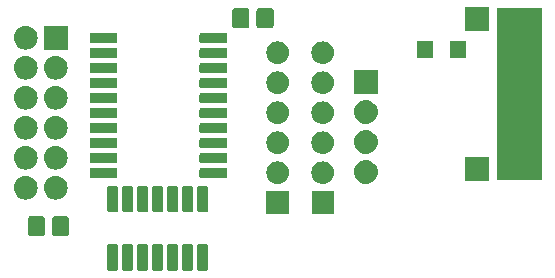
<source format=gts>
G04 #@! TF.GenerationSoftware,KiCad,Pcbnew,(5.1.4)-1*
G04 #@! TF.CreationDate,2020-04-10T17:06:02+01:00*
G04 #@! TF.ProjectId,buffer,62756666-6572-42e6-9b69-6361645f7063,rev?*
G04 #@! TF.SameCoordinates,Original*
G04 #@! TF.FileFunction,Soldermask,Top*
G04 #@! TF.FilePolarity,Negative*
%FSLAX46Y46*%
G04 Gerber Fmt 4.6, Leading zero omitted, Abs format (unit mm)*
G04 Created by KiCad (PCBNEW (5.1.4)-1) date 2020-04-10 17:06:02*
%MOMM*%
%LPD*%
G04 APERTURE LIST*
%ADD10C,0.100000*%
G04 APERTURE END LIST*
D10*
G36*
X53115812Y-51853971D02*
G01*
X53145707Y-51863040D01*
X53173262Y-51877768D01*
X53197412Y-51897588D01*
X53217232Y-51921738D01*
X53231960Y-51949293D01*
X53241029Y-51979188D01*
X53244720Y-52016666D01*
X53244720Y-53933894D01*
X53241029Y-53971372D01*
X53231960Y-54001267D01*
X53217232Y-54028822D01*
X53197412Y-54052972D01*
X53173262Y-54072792D01*
X53145707Y-54087520D01*
X53115812Y-54096589D01*
X53078334Y-54100280D01*
X52511106Y-54100280D01*
X52473628Y-54096589D01*
X52443733Y-54087520D01*
X52416178Y-54072792D01*
X52392028Y-54052972D01*
X52372208Y-54028822D01*
X52357480Y-54001267D01*
X52348411Y-53971372D01*
X52344720Y-53933894D01*
X52344720Y-52016666D01*
X52348411Y-51979188D01*
X52357480Y-51949293D01*
X52372208Y-51921738D01*
X52392028Y-51897588D01*
X52416178Y-51877768D01*
X52443733Y-51863040D01*
X52473628Y-51853971D01*
X52511106Y-51850280D01*
X53078334Y-51850280D01*
X53115812Y-51853971D01*
X53115812Y-51853971D01*
G37*
G36*
X51845812Y-51853971D02*
G01*
X51875707Y-51863040D01*
X51903262Y-51877768D01*
X51927412Y-51897588D01*
X51947232Y-51921738D01*
X51961960Y-51949293D01*
X51971029Y-51979188D01*
X51974720Y-52016666D01*
X51974720Y-53933894D01*
X51971029Y-53971372D01*
X51961960Y-54001267D01*
X51947232Y-54028822D01*
X51927412Y-54052972D01*
X51903262Y-54072792D01*
X51875707Y-54087520D01*
X51845812Y-54096589D01*
X51808334Y-54100280D01*
X51241106Y-54100280D01*
X51203628Y-54096589D01*
X51173733Y-54087520D01*
X51146178Y-54072792D01*
X51122028Y-54052972D01*
X51102208Y-54028822D01*
X51087480Y-54001267D01*
X51078411Y-53971372D01*
X51074720Y-53933894D01*
X51074720Y-52016666D01*
X51078411Y-51979188D01*
X51087480Y-51949293D01*
X51102208Y-51921738D01*
X51122028Y-51897588D01*
X51146178Y-51877768D01*
X51173733Y-51863040D01*
X51203628Y-51853971D01*
X51241106Y-51850280D01*
X51808334Y-51850280D01*
X51845812Y-51853971D01*
X51845812Y-51853971D01*
G37*
G36*
X45495812Y-51853971D02*
G01*
X45525707Y-51863040D01*
X45553262Y-51877768D01*
X45577412Y-51897588D01*
X45597232Y-51921738D01*
X45611960Y-51949293D01*
X45621029Y-51979188D01*
X45624720Y-52016666D01*
X45624720Y-53933894D01*
X45621029Y-53971372D01*
X45611960Y-54001267D01*
X45597232Y-54028822D01*
X45577412Y-54052972D01*
X45553262Y-54072792D01*
X45525707Y-54087520D01*
X45495812Y-54096589D01*
X45458334Y-54100280D01*
X44891106Y-54100280D01*
X44853628Y-54096589D01*
X44823733Y-54087520D01*
X44796178Y-54072792D01*
X44772028Y-54052972D01*
X44752208Y-54028822D01*
X44737480Y-54001267D01*
X44728411Y-53971372D01*
X44724720Y-53933894D01*
X44724720Y-52016666D01*
X44728411Y-51979188D01*
X44737480Y-51949293D01*
X44752208Y-51921738D01*
X44772028Y-51897588D01*
X44796178Y-51877768D01*
X44823733Y-51863040D01*
X44853628Y-51853971D01*
X44891106Y-51850280D01*
X45458334Y-51850280D01*
X45495812Y-51853971D01*
X45495812Y-51853971D01*
G37*
G36*
X46765812Y-51853971D02*
G01*
X46795707Y-51863040D01*
X46823262Y-51877768D01*
X46847412Y-51897588D01*
X46867232Y-51921738D01*
X46881960Y-51949293D01*
X46891029Y-51979188D01*
X46894720Y-52016666D01*
X46894720Y-53933894D01*
X46891029Y-53971372D01*
X46881960Y-54001267D01*
X46867232Y-54028822D01*
X46847412Y-54052972D01*
X46823262Y-54072792D01*
X46795707Y-54087520D01*
X46765812Y-54096589D01*
X46728334Y-54100280D01*
X46161106Y-54100280D01*
X46123628Y-54096589D01*
X46093733Y-54087520D01*
X46066178Y-54072792D01*
X46042028Y-54052972D01*
X46022208Y-54028822D01*
X46007480Y-54001267D01*
X45998411Y-53971372D01*
X45994720Y-53933894D01*
X45994720Y-52016666D01*
X45998411Y-51979188D01*
X46007480Y-51949293D01*
X46022208Y-51921738D01*
X46042028Y-51897588D01*
X46066178Y-51877768D01*
X46093733Y-51863040D01*
X46123628Y-51853971D01*
X46161106Y-51850280D01*
X46728334Y-51850280D01*
X46765812Y-51853971D01*
X46765812Y-51853971D01*
G37*
G36*
X49305812Y-51853971D02*
G01*
X49335707Y-51863040D01*
X49363262Y-51877768D01*
X49387412Y-51897588D01*
X49407232Y-51921738D01*
X49421960Y-51949293D01*
X49431029Y-51979188D01*
X49434720Y-52016666D01*
X49434720Y-53933894D01*
X49431029Y-53971372D01*
X49421960Y-54001267D01*
X49407232Y-54028822D01*
X49387412Y-54052972D01*
X49363262Y-54072792D01*
X49335707Y-54087520D01*
X49305812Y-54096589D01*
X49268334Y-54100280D01*
X48701106Y-54100280D01*
X48663628Y-54096589D01*
X48633733Y-54087520D01*
X48606178Y-54072792D01*
X48582028Y-54052972D01*
X48562208Y-54028822D01*
X48547480Y-54001267D01*
X48538411Y-53971372D01*
X48534720Y-53933894D01*
X48534720Y-52016666D01*
X48538411Y-51979188D01*
X48547480Y-51949293D01*
X48562208Y-51921738D01*
X48582028Y-51897588D01*
X48606178Y-51877768D01*
X48633733Y-51863040D01*
X48663628Y-51853971D01*
X48701106Y-51850280D01*
X49268334Y-51850280D01*
X49305812Y-51853971D01*
X49305812Y-51853971D01*
G37*
G36*
X50575812Y-51853971D02*
G01*
X50605707Y-51863040D01*
X50633262Y-51877768D01*
X50657412Y-51897588D01*
X50677232Y-51921738D01*
X50691960Y-51949293D01*
X50701029Y-51979188D01*
X50704720Y-52016666D01*
X50704720Y-53933894D01*
X50701029Y-53971372D01*
X50691960Y-54001267D01*
X50677232Y-54028822D01*
X50657412Y-54052972D01*
X50633262Y-54072792D01*
X50605707Y-54087520D01*
X50575812Y-54096589D01*
X50538334Y-54100280D01*
X49971106Y-54100280D01*
X49933628Y-54096589D01*
X49903733Y-54087520D01*
X49876178Y-54072792D01*
X49852028Y-54052972D01*
X49832208Y-54028822D01*
X49817480Y-54001267D01*
X49808411Y-53971372D01*
X49804720Y-53933894D01*
X49804720Y-52016666D01*
X49808411Y-51979188D01*
X49817480Y-51949293D01*
X49832208Y-51921738D01*
X49852028Y-51897588D01*
X49876178Y-51877768D01*
X49903733Y-51863040D01*
X49933628Y-51853971D01*
X49971106Y-51850280D01*
X50538334Y-51850280D01*
X50575812Y-51853971D01*
X50575812Y-51853971D01*
G37*
G36*
X48035812Y-51853971D02*
G01*
X48065707Y-51863040D01*
X48093262Y-51877768D01*
X48117412Y-51897588D01*
X48137232Y-51921738D01*
X48151960Y-51949293D01*
X48161029Y-51979188D01*
X48164720Y-52016666D01*
X48164720Y-53933894D01*
X48161029Y-53971372D01*
X48151960Y-54001267D01*
X48137232Y-54028822D01*
X48117412Y-54052972D01*
X48093262Y-54072792D01*
X48065707Y-54087520D01*
X48035812Y-54096589D01*
X47998334Y-54100280D01*
X47431106Y-54100280D01*
X47393628Y-54096589D01*
X47363733Y-54087520D01*
X47336178Y-54072792D01*
X47312028Y-54052972D01*
X47292208Y-54028822D01*
X47277480Y-54001267D01*
X47268411Y-53971372D01*
X47264720Y-53933894D01*
X47264720Y-52016666D01*
X47268411Y-51979188D01*
X47277480Y-51949293D01*
X47292208Y-51921738D01*
X47312028Y-51897588D01*
X47336178Y-51877768D01*
X47363733Y-51863040D01*
X47393628Y-51853971D01*
X47431106Y-51850280D01*
X47998334Y-51850280D01*
X48035812Y-51853971D01*
X48035812Y-51853971D01*
G37*
G36*
X39241881Y-49487902D02*
G01*
X39287110Y-49501622D01*
X39328794Y-49523902D01*
X39365331Y-49553889D01*
X39395318Y-49590426D01*
X39417598Y-49632110D01*
X39431318Y-49677339D01*
X39436580Y-49730765D01*
X39436580Y-50934515D01*
X39431318Y-50987941D01*
X39417598Y-51033170D01*
X39395318Y-51074854D01*
X39365331Y-51111391D01*
X39328794Y-51141378D01*
X39287110Y-51163658D01*
X39241881Y-51177378D01*
X39188455Y-51182640D01*
X38234705Y-51182640D01*
X38181279Y-51177378D01*
X38136050Y-51163658D01*
X38094366Y-51141378D01*
X38057829Y-51111391D01*
X38027842Y-51074854D01*
X38005562Y-51033170D01*
X37991842Y-50987941D01*
X37986580Y-50934515D01*
X37986580Y-49730765D01*
X37991842Y-49677339D01*
X38005562Y-49632110D01*
X38027842Y-49590426D01*
X38057829Y-49553889D01*
X38094366Y-49523902D01*
X38136050Y-49501622D01*
X38181279Y-49487902D01*
X38234705Y-49482640D01*
X39188455Y-49482640D01*
X39241881Y-49487902D01*
X39241881Y-49487902D01*
G37*
G36*
X41291881Y-49487902D02*
G01*
X41337110Y-49501622D01*
X41378794Y-49523902D01*
X41415331Y-49553889D01*
X41445318Y-49590426D01*
X41467598Y-49632110D01*
X41481318Y-49677339D01*
X41486580Y-49730765D01*
X41486580Y-50934515D01*
X41481318Y-50987941D01*
X41467598Y-51033170D01*
X41445318Y-51074854D01*
X41415331Y-51111391D01*
X41378794Y-51141378D01*
X41337110Y-51163658D01*
X41291881Y-51177378D01*
X41238455Y-51182640D01*
X40284705Y-51182640D01*
X40231279Y-51177378D01*
X40186050Y-51163658D01*
X40144366Y-51141378D01*
X40107829Y-51111391D01*
X40077842Y-51074854D01*
X40055562Y-51033170D01*
X40041842Y-50987941D01*
X40036580Y-50934515D01*
X40036580Y-49730765D01*
X40041842Y-49677339D01*
X40055562Y-49632110D01*
X40077842Y-49590426D01*
X40107829Y-49553889D01*
X40144366Y-49523902D01*
X40186050Y-49501622D01*
X40231279Y-49487902D01*
X40284705Y-49482640D01*
X41238455Y-49482640D01*
X41291881Y-49487902D01*
X41291881Y-49487902D01*
G37*
G36*
X63912340Y-49283660D02*
G01*
X62012340Y-49283660D01*
X62012340Y-47383660D01*
X63912340Y-47383660D01*
X63912340Y-49283660D01*
X63912340Y-49283660D01*
G37*
G36*
X60094720Y-49278580D02*
G01*
X58194720Y-49278580D01*
X58194720Y-47378580D01*
X60094720Y-47378580D01*
X60094720Y-49278580D01*
X60094720Y-49278580D01*
G37*
G36*
X53115812Y-46903971D02*
G01*
X53145707Y-46913040D01*
X53173262Y-46927768D01*
X53197412Y-46947588D01*
X53217232Y-46971738D01*
X53231960Y-46999293D01*
X53241029Y-47029188D01*
X53244720Y-47066666D01*
X53244720Y-48983894D01*
X53241029Y-49021372D01*
X53231960Y-49051267D01*
X53217232Y-49078822D01*
X53197412Y-49102972D01*
X53173262Y-49122792D01*
X53145707Y-49137520D01*
X53115812Y-49146589D01*
X53078334Y-49150280D01*
X52511106Y-49150280D01*
X52473628Y-49146589D01*
X52443733Y-49137520D01*
X52416178Y-49122792D01*
X52392028Y-49102972D01*
X52372208Y-49078822D01*
X52357480Y-49051267D01*
X52348411Y-49021372D01*
X52344720Y-48983894D01*
X52344720Y-47066666D01*
X52348411Y-47029188D01*
X52357480Y-46999293D01*
X52372208Y-46971738D01*
X52392028Y-46947588D01*
X52416178Y-46927768D01*
X52443733Y-46913040D01*
X52473628Y-46903971D01*
X52511106Y-46900280D01*
X53078334Y-46900280D01*
X53115812Y-46903971D01*
X53115812Y-46903971D01*
G37*
G36*
X51845812Y-46903971D02*
G01*
X51875707Y-46913040D01*
X51903262Y-46927768D01*
X51927412Y-46947588D01*
X51947232Y-46971738D01*
X51961960Y-46999293D01*
X51971029Y-47029188D01*
X51974720Y-47066666D01*
X51974720Y-48983894D01*
X51971029Y-49021372D01*
X51961960Y-49051267D01*
X51947232Y-49078822D01*
X51927412Y-49102972D01*
X51903262Y-49122792D01*
X51875707Y-49137520D01*
X51845812Y-49146589D01*
X51808334Y-49150280D01*
X51241106Y-49150280D01*
X51203628Y-49146589D01*
X51173733Y-49137520D01*
X51146178Y-49122792D01*
X51122028Y-49102972D01*
X51102208Y-49078822D01*
X51087480Y-49051267D01*
X51078411Y-49021372D01*
X51074720Y-48983894D01*
X51074720Y-47066666D01*
X51078411Y-47029188D01*
X51087480Y-46999293D01*
X51102208Y-46971738D01*
X51122028Y-46947588D01*
X51146178Y-46927768D01*
X51173733Y-46913040D01*
X51203628Y-46903971D01*
X51241106Y-46900280D01*
X51808334Y-46900280D01*
X51845812Y-46903971D01*
X51845812Y-46903971D01*
G37*
G36*
X50575812Y-46903971D02*
G01*
X50605707Y-46913040D01*
X50633262Y-46927768D01*
X50657412Y-46947588D01*
X50677232Y-46971738D01*
X50691960Y-46999293D01*
X50701029Y-47029188D01*
X50704720Y-47066666D01*
X50704720Y-48983894D01*
X50701029Y-49021372D01*
X50691960Y-49051267D01*
X50677232Y-49078822D01*
X50657412Y-49102972D01*
X50633262Y-49122792D01*
X50605707Y-49137520D01*
X50575812Y-49146589D01*
X50538334Y-49150280D01*
X49971106Y-49150280D01*
X49933628Y-49146589D01*
X49903733Y-49137520D01*
X49876178Y-49122792D01*
X49852028Y-49102972D01*
X49832208Y-49078822D01*
X49817480Y-49051267D01*
X49808411Y-49021372D01*
X49804720Y-48983894D01*
X49804720Y-47066666D01*
X49808411Y-47029188D01*
X49817480Y-46999293D01*
X49832208Y-46971738D01*
X49852028Y-46947588D01*
X49876178Y-46927768D01*
X49903733Y-46913040D01*
X49933628Y-46903971D01*
X49971106Y-46900280D01*
X50538334Y-46900280D01*
X50575812Y-46903971D01*
X50575812Y-46903971D01*
G37*
G36*
X49305812Y-46903971D02*
G01*
X49335707Y-46913040D01*
X49363262Y-46927768D01*
X49387412Y-46947588D01*
X49407232Y-46971738D01*
X49421960Y-46999293D01*
X49431029Y-47029188D01*
X49434720Y-47066666D01*
X49434720Y-48983894D01*
X49431029Y-49021372D01*
X49421960Y-49051267D01*
X49407232Y-49078822D01*
X49387412Y-49102972D01*
X49363262Y-49122792D01*
X49335707Y-49137520D01*
X49305812Y-49146589D01*
X49268334Y-49150280D01*
X48701106Y-49150280D01*
X48663628Y-49146589D01*
X48633733Y-49137520D01*
X48606178Y-49122792D01*
X48582028Y-49102972D01*
X48562208Y-49078822D01*
X48547480Y-49051267D01*
X48538411Y-49021372D01*
X48534720Y-48983894D01*
X48534720Y-47066666D01*
X48538411Y-47029188D01*
X48547480Y-46999293D01*
X48562208Y-46971738D01*
X48582028Y-46947588D01*
X48606178Y-46927768D01*
X48633733Y-46913040D01*
X48663628Y-46903971D01*
X48701106Y-46900280D01*
X49268334Y-46900280D01*
X49305812Y-46903971D01*
X49305812Y-46903971D01*
G37*
G36*
X48035812Y-46903971D02*
G01*
X48065707Y-46913040D01*
X48093262Y-46927768D01*
X48117412Y-46947588D01*
X48137232Y-46971738D01*
X48151960Y-46999293D01*
X48161029Y-47029188D01*
X48164720Y-47066666D01*
X48164720Y-48983894D01*
X48161029Y-49021372D01*
X48151960Y-49051267D01*
X48137232Y-49078822D01*
X48117412Y-49102972D01*
X48093262Y-49122792D01*
X48065707Y-49137520D01*
X48035812Y-49146589D01*
X47998334Y-49150280D01*
X47431106Y-49150280D01*
X47393628Y-49146589D01*
X47363733Y-49137520D01*
X47336178Y-49122792D01*
X47312028Y-49102972D01*
X47292208Y-49078822D01*
X47277480Y-49051267D01*
X47268411Y-49021372D01*
X47264720Y-48983894D01*
X47264720Y-47066666D01*
X47268411Y-47029188D01*
X47277480Y-46999293D01*
X47292208Y-46971738D01*
X47312028Y-46947588D01*
X47336178Y-46927768D01*
X47363733Y-46913040D01*
X47393628Y-46903971D01*
X47431106Y-46900280D01*
X47998334Y-46900280D01*
X48035812Y-46903971D01*
X48035812Y-46903971D01*
G37*
G36*
X46765812Y-46903971D02*
G01*
X46795707Y-46913040D01*
X46823262Y-46927768D01*
X46847412Y-46947588D01*
X46867232Y-46971738D01*
X46881960Y-46999293D01*
X46891029Y-47029188D01*
X46894720Y-47066666D01*
X46894720Y-48983894D01*
X46891029Y-49021372D01*
X46881960Y-49051267D01*
X46867232Y-49078822D01*
X46847412Y-49102972D01*
X46823262Y-49122792D01*
X46795707Y-49137520D01*
X46765812Y-49146589D01*
X46728334Y-49150280D01*
X46161106Y-49150280D01*
X46123628Y-49146589D01*
X46093733Y-49137520D01*
X46066178Y-49122792D01*
X46042028Y-49102972D01*
X46022208Y-49078822D01*
X46007480Y-49051267D01*
X45998411Y-49021372D01*
X45994720Y-48983894D01*
X45994720Y-47066666D01*
X45998411Y-47029188D01*
X46007480Y-46999293D01*
X46022208Y-46971738D01*
X46042028Y-46947588D01*
X46066178Y-46927768D01*
X46093733Y-46913040D01*
X46123628Y-46903971D01*
X46161106Y-46900280D01*
X46728334Y-46900280D01*
X46765812Y-46903971D01*
X46765812Y-46903971D01*
G37*
G36*
X45495812Y-46903971D02*
G01*
X45525707Y-46913040D01*
X45553262Y-46927768D01*
X45577412Y-46947588D01*
X45597232Y-46971738D01*
X45611960Y-46999293D01*
X45621029Y-47029188D01*
X45624720Y-47066666D01*
X45624720Y-48983894D01*
X45621029Y-49021372D01*
X45611960Y-49051267D01*
X45597232Y-49078822D01*
X45577412Y-49102972D01*
X45553262Y-49122792D01*
X45525707Y-49137520D01*
X45495812Y-49146589D01*
X45458334Y-49150280D01*
X44891106Y-49150280D01*
X44853628Y-49146589D01*
X44823733Y-49137520D01*
X44796178Y-49122792D01*
X44772028Y-49102972D01*
X44752208Y-49078822D01*
X44737480Y-49051267D01*
X44728411Y-49021372D01*
X44724720Y-48983894D01*
X44724720Y-47066666D01*
X44728411Y-47029188D01*
X44737480Y-46999293D01*
X44752208Y-46971738D01*
X44772028Y-46947588D01*
X44796178Y-46927768D01*
X44823733Y-46913040D01*
X44853628Y-46903971D01*
X44891106Y-46900280D01*
X45458334Y-46900280D01*
X45495812Y-46903971D01*
X45495812Y-46903971D01*
G37*
G36*
X40549836Y-46090830D02*
G01*
X40738332Y-46148009D01*
X40912058Y-46240868D01*
X41064328Y-46365832D01*
X41189292Y-46518102D01*
X41282151Y-46691828D01*
X41339330Y-46880324D01*
X41358638Y-47076360D01*
X41339330Y-47272396D01*
X41282151Y-47460892D01*
X41189292Y-47634618D01*
X41064328Y-47786888D01*
X40912058Y-47911852D01*
X40738332Y-48004711D01*
X40549836Y-48061890D01*
X40402920Y-48076360D01*
X40304680Y-48076360D01*
X40157764Y-48061890D01*
X39969268Y-48004711D01*
X39795542Y-47911852D01*
X39643272Y-47786888D01*
X39518308Y-47634618D01*
X39425449Y-47460892D01*
X39368270Y-47272396D01*
X39348962Y-47076360D01*
X39368270Y-46880324D01*
X39425449Y-46691828D01*
X39518308Y-46518102D01*
X39643272Y-46365832D01*
X39795542Y-46240868D01*
X39969268Y-46148009D01*
X40157764Y-46090830D01*
X40304680Y-46076360D01*
X40402920Y-46076360D01*
X40549836Y-46090830D01*
X40549836Y-46090830D01*
G37*
G36*
X38009836Y-46090830D02*
G01*
X38198332Y-46148009D01*
X38372058Y-46240868D01*
X38524328Y-46365832D01*
X38649292Y-46518102D01*
X38742151Y-46691828D01*
X38799330Y-46880324D01*
X38818638Y-47076360D01*
X38799330Y-47272396D01*
X38742151Y-47460892D01*
X38649292Y-47634618D01*
X38524328Y-47786888D01*
X38372058Y-47911852D01*
X38198332Y-48004711D01*
X38009836Y-48061890D01*
X37862920Y-48076360D01*
X37764680Y-48076360D01*
X37617764Y-48061890D01*
X37429268Y-48004711D01*
X37255542Y-47911852D01*
X37103272Y-47786888D01*
X36978308Y-47634618D01*
X36885449Y-47460892D01*
X36828270Y-47272396D01*
X36808962Y-47076360D01*
X36828270Y-46880324D01*
X36885449Y-46691828D01*
X36978308Y-46518102D01*
X37103272Y-46365832D01*
X37255542Y-46240868D01*
X37429268Y-46148009D01*
X37617764Y-46090830D01*
X37764680Y-46076360D01*
X37862920Y-46076360D01*
X38009836Y-46090830D01*
X38009836Y-46090830D01*
G37*
G36*
X63148573Y-44857406D02*
G01*
X63180371Y-44867052D01*
X63327648Y-44911728D01*
X63492685Y-44999942D01*
X63637341Y-45118659D01*
X63756058Y-45263315D01*
X63844272Y-45428352D01*
X63844272Y-45428353D01*
X63893599Y-45590960D01*
X63898594Y-45607428D01*
X63916936Y-45793660D01*
X63898594Y-45979892D01*
X63844272Y-46158968D01*
X63756058Y-46324005D01*
X63637341Y-46468661D01*
X63492685Y-46587378D01*
X63327648Y-46675592D01*
X63274125Y-46691828D01*
X63148573Y-46729914D01*
X63009005Y-46743660D01*
X62915675Y-46743660D01*
X62776107Y-46729914D01*
X62650555Y-46691828D01*
X62597032Y-46675592D01*
X62431995Y-46587378D01*
X62287339Y-46468661D01*
X62168622Y-46324005D01*
X62080408Y-46158968D01*
X62026086Y-45979892D01*
X62007744Y-45793660D01*
X62026086Y-45607428D01*
X62031082Y-45590960D01*
X62080408Y-45428353D01*
X62080408Y-45428352D01*
X62168622Y-45263315D01*
X62287339Y-45118659D01*
X62431995Y-44999942D01*
X62597032Y-44911728D01*
X62744309Y-44867052D01*
X62776107Y-44857406D01*
X62915675Y-44843660D01*
X63009005Y-44843660D01*
X63148573Y-44857406D01*
X63148573Y-44857406D01*
G37*
G36*
X59330953Y-44852326D02*
G01*
X59420490Y-44879487D01*
X59510028Y-44906648D01*
X59675065Y-44994862D01*
X59819721Y-45113579D01*
X59938438Y-45258235D01*
X60026652Y-45423272D01*
X60026652Y-45423273D01*
X60077520Y-45590960D01*
X60080974Y-45602348D01*
X60099316Y-45788580D01*
X60080974Y-45974812D01*
X60026652Y-46153888D01*
X59938438Y-46318925D01*
X59819721Y-46463581D01*
X59675065Y-46582298D01*
X59510028Y-46670512D01*
X59493281Y-46675592D01*
X59330953Y-46724834D01*
X59191385Y-46738580D01*
X59098055Y-46738580D01*
X58958487Y-46724834D01*
X58796159Y-46675592D01*
X58779412Y-46670512D01*
X58614375Y-46582298D01*
X58469719Y-46463581D01*
X58351002Y-46318925D01*
X58262788Y-46153888D01*
X58208466Y-45974812D01*
X58190124Y-45788580D01*
X58208466Y-45602348D01*
X58211921Y-45590960D01*
X58262788Y-45423273D01*
X58262788Y-45423272D01*
X58351002Y-45258235D01*
X58469719Y-45113579D01*
X58614375Y-44994862D01*
X58779412Y-44906648D01*
X58868950Y-44879487D01*
X58958487Y-44852326D01*
X59098055Y-44838580D01*
X59191385Y-44838580D01*
X59330953Y-44852326D01*
X59330953Y-44852326D01*
G37*
G36*
X66813436Y-44744630D02*
G01*
X67001932Y-44801809D01*
X67175658Y-44894668D01*
X67327928Y-45019632D01*
X67452892Y-45171902D01*
X67545751Y-45345628D01*
X67602930Y-45534124D01*
X67622238Y-45730160D01*
X67602930Y-45926196D01*
X67545751Y-46114692D01*
X67452892Y-46288418D01*
X67327928Y-46440688D01*
X67175658Y-46565652D01*
X67001932Y-46658511D01*
X66813436Y-46715690D01*
X66666520Y-46730160D01*
X66568280Y-46730160D01*
X66421364Y-46715690D01*
X66232868Y-46658511D01*
X66059142Y-46565652D01*
X65906872Y-46440688D01*
X65781908Y-46288418D01*
X65689049Y-46114692D01*
X65631870Y-45926196D01*
X65612562Y-45730160D01*
X65631870Y-45534124D01*
X65689049Y-45345628D01*
X65781908Y-45171902D01*
X65906872Y-45019632D01*
X66059142Y-44894668D01*
X66232868Y-44801809D01*
X66421364Y-44744630D01*
X66568280Y-44730160D01*
X66666520Y-44730160D01*
X66813436Y-44744630D01*
X66813436Y-44744630D01*
G37*
G36*
X77033180Y-46504100D02*
G01*
X75033180Y-46504100D01*
X75033180Y-44504100D01*
X77033180Y-44504100D01*
X77033180Y-46504100D01*
X77033180Y-46504100D01*
G37*
G36*
X81501880Y-46381240D02*
G01*
X77701880Y-46381240D01*
X77701880Y-31881240D01*
X81501880Y-31881240D01*
X81501880Y-46381240D01*
X81501880Y-46381240D01*
G37*
G36*
X54748092Y-45369651D02*
G01*
X54777987Y-45378720D01*
X54805542Y-45393448D01*
X54829692Y-45413268D01*
X54849512Y-45437418D01*
X54864240Y-45464973D01*
X54873309Y-45494868D01*
X54877000Y-45532346D01*
X54877000Y-46099574D01*
X54873309Y-46137052D01*
X54864240Y-46166947D01*
X54849512Y-46194502D01*
X54829692Y-46218652D01*
X54805542Y-46238472D01*
X54777987Y-46253200D01*
X54748092Y-46262269D01*
X54710614Y-46265960D01*
X52693386Y-46265960D01*
X52655908Y-46262269D01*
X52626013Y-46253200D01*
X52598458Y-46238472D01*
X52574308Y-46218652D01*
X52554488Y-46194502D01*
X52539760Y-46166947D01*
X52530691Y-46137052D01*
X52527000Y-46099574D01*
X52527000Y-45532346D01*
X52530691Y-45494868D01*
X52539760Y-45464973D01*
X52554488Y-45437418D01*
X52574308Y-45413268D01*
X52598458Y-45393448D01*
X52626013Y-45378720D01*
X52655908Y-45369651D01*
X52693386Y-45365960D01*
X54710614Y-45365960D01*
X54748092Y-45369651D01*
X54748092Y-45369651D01*
G37*
G36*
X45448092Y-45369651D02*
G01*
X45477987Y-45378720D01*
X45505542Y-45393448D01*
X45529692Y-45413268D01*
X45549512Y-45437418D01*
X45564240Y-45464973D01*
X45573309Y-45494868D01*
X45577000Y-45532346D01*
X45577000Y-46099574D01*
X45573309Y-46137052D01*
X45564240Y-46166947D01*
X45549512Y-46194502D01*
X45529692Y-46218652D01*
X45505542Y-46238472D01*
X45477987Y-46253200D01*
X45448092Y-46262269D01*
X45410614Y-46265960D01*
X43393386Y-46265960D01*
X43355908Y-46262269D01*
X43326013Y-46253200D01*
X43298458Y-46238472D01*
X43274308Y-46218652D01*
X43254488Y-46194502D01*
X43239760Y-46166947D01*
X43230691Y-46137052D01*
X43227000Y-46099574D01*
X43227000Y-45532346D01*
X43230691Y-45494868D01*
X43239760Y-45464973D01*
X43254488Y-45437418D01*
X43274308Y-45413268D01*
X43298458Y-45393448D01*
X43326013Y-45378720D01*
X43355908Y-45369651D01*
X43393386Y-45365960D01*
X45410614Y-45365960D01*
X45448092Y-45369651D01*
X45448092Y-45369651D01*
G37*
G36*
X40549836Y-43550830D02*
G01*
X40738332Y-43608009D01*
X40912058Y-43700868D01*
X41064328Y-43825832D01*
X41189292Y-43978102D01*
X41282151Y-44151828D01*
X41339330Y-44340324D01*
X41358638Y-44536360D01*
X41339330Y-44732396D01*
X41282151Y-44920892D01*
X41189292Y-45094618D01*
X41064328Y-45246888D01*
X40912058Y-45371852D01*
X40738332Y-45464711D01*
X40549836Y-45521890D01*
X40402920Y-45536360D01*
X40304680Y-45536360D01*
X40157764Y-45521890D01*
X39969268Y-45464711D01*
X39795542Y-45371852D01*
X39643272Y-45246888D01*
X39518308Y-45094618D01*
X39425449Y-44920892D01*
X39368270Y-44732396D01*
X39348962Y-44536360D01*
X39368270Y-44340324D01*
X39425449Y-44151828D01*
X39518308Y-43978102D01*
X39643272Y-43825832D01*
X39795542Y-43700868D01*
X39969268Y-43608009D01*
X40157764Y-43550830D01*
X40304680Y-43536360D01*
X40402920Y-43536360D01*
X40549836Y-43550830D01*
X40549836Y-43550830D01*
G37*
G36*
X38009836Y-43550830D02*
G01*
X38198332Y-43608009D01*
X38372058Y-43700868D01*
X38524328Y-43825832D01*
X38649292Y-43978102D01*
X38742151Y-44151828D01*
X38799330Y-44340324D01*
X38818638Y-44536360D01*
X38799330Y-44732396D01*
X38742151Y-44920892D01*
X38649292Y-45094618D01*
X38524328Y-45246888D01*
X38372058Y-45371852D01*
X38198332Y-45464711D01*
X38009836Y-45521890D01*
X37862920Y-45536360D01*
X37764680Y-45536360D01*
X37617764Y-45521890D01*
X37429268Y-45464711D01*
X37255542Y-45371852D01*
X37103272Y-45246888D01*
X36978308Y-45094618D01*
X36885449Y-44920892D01*
X36828270Y-44732396D01*
X36808962Y-44536360D01*
X36828270Y-44340324D01*
X36885449Y-44151828D01*
X36978308Y-43978102D01*
X37103272Y-43825832D01*
X37255542Y-43700868D01*
X37429268Y-43608009D01*
X37617764Y-43550830D01*
X37764680Y-43536360D01*
X37862920Y-43536360D01*
X38009836Y-43550830D01*
X38009836Y-43550830D01*
G37*
G36*
X45448092Y-44099651D02*
G01*
X45477987Y-44108720D01*
X45505542Y-44123448D01*
X45529692Y-44143268D01*
X45549512Y-44167418D01*
X45564240Y-44194973D01*
X45573309Y-44224868D01*
X45577000Y-44262346D01*
X45577000Y-44829574D01*
X45573309Y-44867052D01*
X45564240Y-44896947D01*
X45549512Y-44924502D01*
X45529692Y-44948652D01*
X45505542Y-44968472D01*
X45477987Y-44983200D01*
X45448092Y-44992269D01*
X45410614Y-44995960D01*
X43393386Y-44995960D01*
X43355908Y-44992269D01*
X43326013Y-44983200D01*
X43298458Y-44968472D01*
X43274308Y-44948652D01*
X43254488Y-44924502D01*
X43239760Y-44896947D01*
X43230691Y-44867052D01*
X43227000Y-44829574D01*
X43227000Y-44262346D01*
X43230691Y-44224868D01*
X43239760Y-44194973D01*
X43254488Y-44167418D01*
X43274308Y-44143268D01*
X43298458Y-44123448D01*
X43326013Y-44108720D01*
X43355908Y-44099651D01*
X43393386Y-44095960D01*
X45410614Y-44095960D01*
X45448092Y-44099651D01*
X45448092Y-44099651D01*
G37*
G36*
X54748092Y-44099651D02*
G01*
X54777987Y-44108720D01*
X54805542Y-44123448D01*
X54829692Y-44143268D01*
X54849512Y-44167418D01*
X54864240Y-44194973D01*
X54873309Y-44224868D01*
X54877000Y-44262346D01*
X54877000Y-44829574D01*
X54873309Y-44867052D01*
X54864240Y-44896947D01*
X54849512Y-44924502D01*
X54829692Y-44948652D01*
X54805542Y-44968472D01*
X54777987Y-44983200D01*
X54748092Y-44992269D01*
X54710614Y-44995960D01*
X52693386Y-44995960D01*
X52655908Y-44992269D01*
X52626013Y-44983200D01*
X52598458Y-44968472D01*
X52574308Y-44948652D01*
X52554488Y-44924502D01*
X52539760Y-44896947D01*
X52530691Y-44867052D01*
X52527000Y-44829574D01*
X52527000Y-44262346D01*
X52530691Y-44224868D01*
X52539760Y-44194973D01*
X52554488Y-44167418D01*
X52574308Y-44143268D01*
X52598458Y-44123448D01*
X52626013Y-44108720D01*
X52655908Y-44099651D01*
X52693386Y-44095960D01*
X54710614Y-44095960D01*
X54748092Y-44099651D01*
X54748092Y-44099651D01*
G37*
G36*
X63148573Y-42317406D02*
G01*
X63180371Y-42327052D01*
X63327648Y-42371728D01*
X63492685Y-42459942D01*
X63637341Y-42578659D01*
X63756058Y-42723315D01*
X63844272Y-42888352D01*
X63844272Y-42888353D01*
X63893599Y-43050960D01*
X63898594Y-43067428D01*
X63916936Y-43253660D01*
X63898594Y-43439892D01*
X63844272Y-43618968D01*
X63756058Y-43784005D01*
X63637341Y-43928661D01*
X63492685Y-44047378D01*
X63327648Y-44135592D01*
X63274125Y-44151828D01*
X63148573Y-44189914D01*
X63009005Y-44203660D01*
X62915675Y-44203660D01*
X62776107Y-44189914D01*
X62650555Y-44151828D01*
X62597032Y-44135592D01*
X62431995Y-44047378D01*
X62287339Y-43928661D01*
X62168622Y-43784005D01*
X62080408Y-43618968D01*
X62026086Y-43439892D01*
X62007744Y-43253660D01*
X62026086Y-43067428D01*
X62031082Y-43050960D01*
X62080408Y-42888353D01*
X62080408Y-42888352D01*
X62168622Y-42723315D01*
X62287339Y-42578659D01*
X62431995Y-42459942D01*
X62597032Y-42371728D01*
X62744309Y-42327052D01*
X62776107Y-42317406D01*
X62915675Y-42303660D01*
X63009005Y-42303660D01*
X63148573Y-42317406D01*
X63148573Y-42317406D01*
G37*
G36*
X59330953Y-42312326D02*
G01*
X59420490Y-42339487D01*
X59510028Y-42366648D01*
X59675065Y-42454862D01*
X59819721Y-42573579D01*
X59938438Y-42718235D01*
X60026652Y-42883272D01*
X60026652Y-42883273D01*
X60077520Y-43050960D01*
X60080974Y-43062348D01*
X60099316Y-43248580D01*
X60080974Y-43434812D01*
X60026652Y-43613888D01*
X59938438Y-43778925D01*
X59819721Y-43923581D01*
X59675065Y-44042298D01*
X59510028Y-44130512D01*
X59439768Y-44151825D01*
X59330953Y-44184834D01*
X59191385Y-44198580D01*
X59098055Y-44198580D01*
X58958487Y-44184834D01*
X58849672Y-44151825D01*
X58779412Y-44130512D01*
X58614375Y-44042298D01*
X58469719Y-43923581D01*
X58351002Y-43778925D01*
X58262788Y-43613888D01*
X58208466Y-43434812D01*
X58190124Y-43248580D01*
X58208466Y-43062348D01*
X58211921Y-43050960D01*
X58262788Y-42883273D01*
X58262788Y-42883272D01*
X58351002Y-42718235D01*
X58469719Y-42573579D01*
X58614375Y-42454862D01*
X58779412Y-42366648D01*
X58868950Y-42339487D01*
X58958487Y-42312326D01*
X59098055Y-42298580D01*
X59191385Y-42298580D01*
X59330953Y-42312326D01*
X59330953Y-42312326D01*
G37*
G36*
X66813436Y-42204630D02*
G01*
X67001932Y-42261809D01*
X67175658Y-42354668D01*
X67327928Y-42479632D01*
X67452892Y-42631902D01*
X67545751Y-42805628D01*
X67602930Y-42994124D01*
X67622238Y-43190160D01*
X67602930Y-43386196D01*
X67545751Y-43574692D01*
X67452892Y-43748418D01*
X67327928Y-43900688D01*
X67175658Y-44025652D01*
X67001932Y-44118511D01*
X66813436Y-44175690D01*
X66666520Y-44190160D01*
X66568280Y-44190160D01*
X66421364Y-44175690D01*
X66232868Y-44118511D01*
X66059142Y-44025652D01*
X65906872Y-43900688D01*
X65781908Y-43748418D01*
X65689049Y-43574692D01*
X65631870Y-43386196D01*
X65612562Y-43190160D01*
X65631870Y-42994124D01*
X65689049Y-42805628D01*
X65781908Y-42631902D01*
X65906872Y-42479632D01*
X66059142Y-42354668D01*
X66232868Y-42261809D01*
X66421364Y-42204630D01*
X66568280Y-42190160D01*
X66666520Y-42190160D01*
X66813436Y-42204630D01*
X66813436Y-42204630D01*
G37*
G36*
X54748092Y-42829651D02*
G01*
X54777987Y-42838720D01*
X54805542Y-42853448D01*
X54829692Y-42873268D01*
X54849512Y-42897418D01*
X54864240Y-42924973D01*
X54873309Y-42954868D01*
X54877000Y-42992346D01*
X54877000Y-43559574D01*
X54873309Y-43597052D01*
X54864240Y-43626947D01*
X54849512Y-43654502D01*
X54829692Y-43678652D01*
X54805542Y-43698472D01*
X54777987Y-43713200D01*
X54748092Y-43722269D01*
X54710614Y-43725960D01*
X52693386Y-43725960D01*
X52655908Y-43722269D01*
X52626013Y-43713200D01*
X52598458Y-43698472D01*
X52574308Y-43678652D01*
X52554488Y-43654502D01*
X52539760Y-43626947D01*
X52530691Y-43597052D01*
X52527000Y-43559574D01*
X52527000Y-42992346D01*
X52530691Y-42954868D01*
X52539760Y-42924973D01*
X52554488Y-42897418D01*
X52574308Y-42873268D01*
X52598458Y-42853448D01*
X52626013Y-42838720D01*
X52655908Y-42829651D01*
X52693386Y-42825960D01*
X54710614Y-42825960D01*
X54748092Y-42829651D01*
X54748092Y-42829651D01*
G37*
G36*
X45448092Y-42829651D02*
G01*
X45477987Y-42838720D01*
X45505542Y-42853448D01*
X45529692Y-42873268D01*
X45549512Y-42897418D01*
X45564240Y-42924973D01*
X45573309Y-42954868D01*
X45577000Y-42992346D01*
X45577000Y-43559574D01*
X45573309Y-43597052D01*
X45564240Y-43626947D01*
X45549512Y-43654502D01*
X45529692Y-43678652D01*
X45505542Y-43698472D01*
X45477987Y-43713200D01*
X45448092Y-43722269D01*
X45410614Y-43725960D01*
X43393386Y-43725960D01*
X43355908Y-43722269D01*
X43326013Y-43713200D01*
X43298458Y-43698472D01*
X43274308Y-43678652D01*
X43254488Y-43654502D01*
X43239760Y-43626947D01*
X43230691Y-43597052D01*
X43227000Y-43559574D01*
X43227000Y-42992346D01*
X43230691Y-42954868D01*
X43239760Y-42924973D01*
X43254488Y-42897418D01*
X43274308Y-42873268D01*
X43298458Y-42853448D01*
X43326013Y-42838720D01*
X43355908Y-42829651D01*
X43393386Y-42825960D01*
X45410614Y-42825960D01*
X45448092Y-42829651D01*
X45448092Y-42829651D01*
G37*
G36*
X38009836Y-41010830D02*
G01*
X38198332Y-41068009D01*
X38372058Y-41160868D01*
X38524328Y-41285832D01*
X38649292Y-41438102D01*
X38742151Y-41611828D01*
X38799330Y-41800324D01*
X38818638Y-41996360D01*
X38799330Y-42192396D01*
X38742151Y-42380892D01*
X38649292Y-42554618D01*
X38524328Y-42706888D01*
X38372058Y-42831852D01*
X38198332Y-42924711D01*
X38009836Y-42981890D01*
X37862920Y-42996360D01*
X37764680Y-42996360D01*
X37617764Y-42981890D01*
X37429268Y-42924711D01*
X37255542Y-42831852D01*
X37103272Y-42706888D01*
X36978308Y-42554618D01*
X36885449Y-42380892D01*
X36828270Y-42192396D01*
X36808962Y-41996360D01*
X36828270Y-41800324D01*
X36885449Y-41611828D01*
X36978308Y-41438102D01*
X37103272Y-41285832D01*
X37255542Y-41160868D01*
X37429268Y-41068009D01*
X37617764Y-41010830D01*
X37764680Y-40996360D01*
X37862920Y-40996360D01*
X38009836Y-41010830D01*
X38009836Y-41010830D01*
G37*
G36*
X40549836Y-41010830D02*
G01*
X40738332Y-41068009D01*
X40912058Y-41160868D01*
X41064328Y-41285832D01*
X41189292Y-41438102D01*
X41282151Y-41611828D01*
X41339330Y-41800324D01*
X41358638Y-41996360D01*
X41339330Y-42192396D01*
X41282151Y-42380892D01*
X41189292Y-42554618D01*
X41064328Y-42706888D01*
X40912058Y-42831852D01*
X40738332Y-42924711D01*
X40549836Y-42981890D01*
X40402920Y-42996360D01*
X40304680Y-42996360D01*
X40157764Y-42981890D01*
X39969268Y-42924711D01*
X39795542Y-42831852D01*
X39643272Y-42706888D01*
X39518308Y-42554618D01*
X39425449Y-42380892D01*
X39368270Y-42192396D01*
X39348962Y-41996360D01*
X39368270Y-41800324D01*
X39425449Y-41611828D01*
X39518308Y-41438102D01*
X39643272Y-41285832D01*
X39795542Y-41160868D01*
X39969268Y-41068009D01*
X40157764Y-41010830D01*
X40304680Y-40996360D01*
X40402920Y-40996360D01*
X40549836Y-41010830D01*
X40549836Y-41010830D01*
G37*
G36*
X45448092Y-41559651D02*
G01*
X45477987Y-41568720D01*
X45505542Y-41583448D01*
X45529692Y-41603268D01*
X45549512Y-41627418D01*
X45564240Y-41654973D01*
X45573309Y-41684868D01*
X45577000Y-41722346D01*
X45577000Y-42289574D01*
X45573309Y-42327052D01*
X45564240Y-42356947D01*
X45549512Y-42384502D01*
X45529692Y-42408652D01*
X45505542Y-42428472D01*
X45477987Y-42443200D01*
X45448092Y-42452269D01*
X45410614Y-42455960D01*
X43393386Y-42455960D01*
X43355908Y-42452269D01*
X43326013Y-42443200D01*
X43298458Y-42428472D01*
X43274308Y-42408652D01*
X43254488Y-42384502D01*
X43239760Y-42356947D01*
X43230691Y-42327052D01*
X43227000Y-42289574D01*
X43227000Y-41722346D01*
X43230691Y-41684868D01*
X43239760Y-41654973D01*
X43254488Y-41627418D01*
X43274308Y-41603268D01*
X43298458Y-41583448D01*
X43326013Y-41568720D01*
X43355908Y-41559651D01*
X43393386Y-41555960D01*
X45410614Y-41555960D01*
X45448092Y-41559651D01*
X45448092Y-41559651D01*
G37*
G36*
X54748092Y-41559651D02*
G01*
X54777987Y-41568720D01*
X54805542Y-41583448D01*
X54829692Y-41603268D01*
X54849512Y-41627418D01*
X54864240Y-41654973D01*
X54873309Y-41684868D01*
X54877000Y-41722346D01*
X54877000Y-42289574D01*
X54873309Y-42327052D01*
X54864240Y-42356947D01*
X54849512Y-42384502D01*
X54829692Y-42408652D01*
X54805542Y-42428472D01*
X54777987Y-42443200D01*
X54748092Y-42452269D01*
X54710614Y-42455960D01*
X52693386Y-42455960D01*
X52655908Y-42452269D01*
X52626013Y-42443200D01*
X52598458Y-42428472D01*
X52574308Y-42408652D01*
X52554488Y-42384502D01*
X52539760Y-42356947D01*
X52530691Y-42327052D01*
X52527000Y-42289574D01*
X52527000Y-41722346D01*
X52530691Y-41684868D01*
X52539760Y-41654973D01*
X52554488Y-41627418D01*
X52574308Y-41603268D01*
X52598458Y-41583448D01*
X52626013Y-41568720D01*
X52655908Y-41559651D01*
X52693386Y-41555960D01*
X54710614Y-41555960D01*
X54748092Y-41559651D01*
X54748092Y-41559651D01*
G37*
G36*
X63148573Y-39777406D02*
G01*
X63180371Y-39787052D01*
X63327648Y-39831728D01*
X63492685Y-39919942D01*
X63637341Y-40038659D01*
X63756058Y-40183315D01*
X63844272Y-40348352D01*
X63844272Y-40348353D01*
X63893599Y-40510960D01*
X63898594Y-40527428D01*
X63916936Y-40713660D01*
X63898594Y-40899892D01*
X63844272Y-41078968D01*
X63756058Y-41244005D01*
X63637341Y-41388661D01*
X63492685Y-41507378D01*
X63327648Y-41595592D01*
X63274125Y-41611828D01*
X63148573Y-41649914D01*
X63009005Y-41663660D01*
X62915675Y-41663660D01*
X62776107Y-41649914D01*
X62650555Y-41611828D01*
X62597032Y-41595592D01*
X62431995Y-41507378D01*
X62287339Y-41388661D01*
X62168622Y-41244005D01*
X62080408Y-41078968D01*
X62026086Y-40899892D01*
X62007744Y-40713660D01*
X62026086Y-40527428D01*
X62031082Y-40510960D01*
X62080408Y-40348353D01*
X62080408Y-40348352D01*
X62168622Y-40183315D01*
X62287339Y-40038659D01*
X62431995Y-39919942D01*
X62597032Y-39831728D01*
X62744309Y-39787052D01*
X62776107Y-39777406D01*
X62915675Y-39763660D01*
X63009005Y-39763660D01*
X63148573Y-39777406D01*
X63148573Y-39777406D01*
G37*
G36*
X59330953Y-39772326D02*
G01*
X59420490Y-39799487D01*
X59510028Y-39826648D01*
X59675065Y-39914862D01*
X59819721Y-40033579D01*
X59938438Y-40178235D01*
X60026652Y-40343272D01*
X60026652Y-40343273D01*
X60077520Y-40510960D01*
X60080974Y-40522348D01*
X60099316Y-40708580D01*
X60080974Y-40894812D01*
X60026652Y-41073888D01*
X59938438Y-41238925D01*
X59819721Y-41383581D01*
X59675065Y-41502298D01*
X59510028Y-41590512D01*
X59439768Y-41611825D01*
X59330953Y-41644834D01*
X59191385Y-41658580D01*
X59098055Y-41658580D01*
X58958487Y-41644834D01*
X58849672Y-41611825D01*
X58779412Y-41590512D01*
X58614375Y-41502298D01*
X58469719Y-41383581D01*
X58351002Y-41238925D01*
X58262788Y-41073888D01*
X58208466Y-40894812D01*
X58190124Y-40708580D01*
X58208466Y-40522348D01*
X58211921Y-40510960D01*
X58262788Y-40343273D01*
X58262788Y-40343272D01*
X58351002Y-40178235D01*
X58469719Y-40033579D01*
X58614375Y-39914862D01*
X58779412Y-39826648D01*
X58868950Y-39799487D01*
X58958487Y-39772326D01*
X59098055Y-39758580D01*
X59191385Y-39758580D01*
X59330953Y-39772326D01*
X59330953Y-39772326D01*
G37*
G36*
X66813436Y-39664630D02*
G01*
X67001932Y-39721809D01*
X67175658Y-39814668D01*
X67327928Y-39939632D01*
X67452892Y-40091902D01*
X67545751Y-40265628D01*
X67602930Y-40454124D01*
X67622238Y-40650160D01*
X67602930Y-40846196D01*
X67545751Y-41034692D01*
X67452892Y-41208418D01*
X67327928Y-41360688D01*
X67175658Y-41485652D01*
X67001932Y-41578511D01*
X66813436Y-41635690D01*
X66666520Y-41650160D01*
X66568280Y-41650160D01*
X66421364Y-41635690D01*
X66232868Y-41578511D01*
X66059142Y-41485652D01*
X65906872Y-41360688D01*
X65781908Y-41208418D01*
X65689049Y-41034692D01*
X65631870Y-40846196D01*
X65612562Y-40650160D01*
X65631870Y-40454124D01*
X65689049Y-40265628D01*
X65781908Y-40091902D01*
X65906872Y-39939632D01*
X66059142Y-39814668D01*
X66232868Y-39721809D01*
X66421364Y-39664630D01*
X66568280Y-39650160D01*
X66666520Y-39650160D01*
X66813436Y-39664630D01*
X66813436Y-39664630D01*
G37*
G36*
X45448092Y-40289651D02*
G01*
X45477987Y-40298720D01*
X45505542Y-40313448D01*
X45529692Y-40333268D01*
X45549512Y-40357418D01*
X45564240Y-40384973D01*
X45573309Y-40414868D01*
X45577000Y-40452346D01*
X45577000Y-41019574D01*
X45573309Y-41057052D01*
X45564240Y-41086947D01*
X45549512Y-41114502D01*
X45529692Y-41138652D01*
X45505542Y-41158472D01*
X45477987Y-41173200D01*
X45448092Y-41182269D01*
X45410614Y-41185960D01*
X43393386Y-41185960D01*
X43355908Y-41182269D01*
X43326013Y-41173200D01*
X43298458Y-41158472D01*
X43274308Y-41138652D01*
X43254488Y-41114502D01*
X43239760Y-41086947D01*
X43230691Y-41057052D01*
X43227000Y-41019574D01*
X43227000Y-40452346D01*
X43230691Y-40414868D01*
X43239760Y-40384973D01*
X43254488Y-40357418D01*
X43274308Y-40333268D01*
X43298458Y-40313448D01*
X43326013Y-40298720D01*
X43355908Y-40289651D01*
X43393386Y-40285960D01*
X45410614Y-40285960D01*
X45448092Y-40289651D01*
X45448092Y-40289651D01*
G37*
G36*
X54748092Y-40289651D02*
G01*
X54777987Y-40298720D01*
X54805542Y-40313448D01*
X54829692Y-40333268D01*
X54849512Y-40357418D01*
X54864240Y-40384973D01*
X54873309Y-40414868D01*
X54877000Y-40452346D01*
X54877000Y-41019574D01*
X54873309Y-41057052D01*
X54864240Y-41086947D01*
X54849512Y-41114502D01*
X54829692Y-41138652D01*
X54805542Y-41158472D01*
X54777987Y-41173200D01*
X54748092Y-41182269D01*
X54710614Y-41185960D01*
X52693386Y-41185960D01*
X52655908Y-41182269D01*
X52626013Y-41173200D01*
X52598458Y-41158472D01*
X52574308Y-41138652D01*
X52554488Y-41114502D01*
X52539760Y-41086947D01*
X52530691Y-41057052D01*
X52527000Y-41019574D01*
X52527000Y-40452346D01*
X52530691Y-40414868D01*
X52539760Y-40384973D01*
X52554488Y-40357418D01*
X52574308Y-40333268D01*
X52598458Y-40313448D01*
X52626013Y-40298720D01*
X52655908Y-40289651D01*
X52693386Y-40285960D01*
X54710614Y-40285960D01*
X54748092Y-40289651D01*
X54748092Y-40289651D01*
G37*
G36*
X40549836Y-38470830D02*
G01*
X40738332Y-38528009D01*
X40912058Y-38620868D01*
X41064328Y-38745832D01*
X41189292Y-38898102D01*
X41282151Y-39071828D01*
X41339330Y-39260324D01*
X41358638Y-39456360D01*
X41339330Y-39652396D01*
X41282151Y-39840892D01*
X41189292Y-40014618D01*
X41064328Y-40166888D01*
X40912058Y-40291852D01*
X40738332Y-40384711D01*
X40549836Y-40441890D01*
X40402920Y-40456360D01*
X40304680Y-40456360D01*
X40157764Y-40441890D01*
X39969268Y-40384711D01*
X39795542Y-40291852D01*
X39643272Y-40166888D01*
X39518308Y-40014618D01*
X39425449Y-39840892D01*
X39368270Y-39652396D01*
X39348962Y-39456360D01*
X39368270Y-39260324D01*
X39425449Y-39071828D01*
X39518308Y-38898102D01*
X39643272Y-38745832D01*
X39795542Y-38620868D01*
X39969268Y-38528009D01*
X40157764Y-38470830D01*
X40304680Y-38456360D01*
X40402920Y-38456360D01*
X40549836Y-38470830D01*
X40549836Y-38470830D01*
G37*
G36*
X38009836Y-38470830D02*
G01*
X38198332Y-38528009D01*
X38372058Y-38620868D01*
X38524328Y-38745832D01*
X38649292Y-38898102D01*
X38742151Y-39071828D01*
X38799330Y-39260324D01*
X38818638Y-39456360D01*
X38799330Y-39652396D01*
X38742151Y-39840892D01*
X38649292Y-40014618D01*
X38524328Y-40166888D01*
X38372058Y-40291852D01*
X38198332Y-40384711D01*
X38009836Y-40441890D01*
X37862920Y-40456360D01*
X37764680Y-40456360D01*
X37617764Y-40441890D01*
X37429268Y-40384711D01*
X37255542Y-40291852D01*
X37103272Y-40166888D01*
X36978308Y-40014618D01*
X36885449Y-39840892D01*
X36828270Y-39652396D01*
X36808962Y-39456360D01*
X36828270Y-39260324D01*
X36885449Y-39071828D01*
X36978308Y-38898102D01*
X37103272Y-38745832D01*
X37255542Y-38620868D01*
X37429268Y-38528009D01*
X37617764Y-38470830D01*
X37764680Y-38456360D01*
X37862920Y-38456360D01*
X38009836Y-38470830D01*
X38009836Y-38470830D01*
G37*
G36*
X54748092Y-39019651D02*
G01*
X54777987Y-39028720D01*
X54805542Y-39043448D01*
X54829692Y-39063268D01*
X54849512Y-39087418D01*
X54864240Y-39114973D01*
X54873309Y-39144868D01*
X54877000Y-39182346D01*
X54877000Y-39749574D01*
X54873309Y-39787052D01*
X54864240Y-39816947D01*
X54849512Y-39844502D01*
X54829692Y-39868652D01*
X54805542Y-39888472D01*
X54777987Y-39903200D01*
X54748092Y-39912269D01*
X54710614Y-39915960D01*
X52693386Y-39915960D01*
X52655908Y-39912269D01*
X52626013Y-39903200D01*
X52598458Y-39888472D01*
X52574308Y-39868652D01*
X52554488Y-39844502D01*
X52539760Y-39816947D01*
X52530691Y-39787052D01*
X52527000Y-39749574D01*
X52527000Y-39182346D01*
X52530691Y-39144868D01*
X52539760Y-39114973D01*
X52554488Y-39087418D01*
X52574308Y-39063268D01*
X52598458Y-39043448D01*
X52626013Y-39028720D01*
X52655908Y-39019651D01*
X52693386Y-39015960D01*
X54710614Y-39015960D01*
X54748092Y-39019651D01*
X54748092Y-39019651D01*
G37*
G36*
X45448092Y-39019651D02*
G01*
X45477987Y-39028720D01*
X45505542Y-39043448D01*
X45529692Y-39063268D01*
X45549512Y-39087418D01*
X45564240Y-39114973D01*
X45573309Y-39144868D01*
X45577000Y-39182346D01*
X45577000Y-39749574D01*
X45573309Y-39787052D01*
X45564240Y-39816947D01*
X45549512Y-39844502D01*
X45529692Y-39868652D01*
X45505542Y-39888472D01*
X45477987Y-39903200D01*
X45448092Y-39912269D01*
X45410614Y-39915960D01*
X43393386Y-39915960D01*
X43355908Y-39912269D01*
X43326013Y-39903200D01*
X43298458Y-39888472D01*
X43274308Y-39868652D01*
X43254488Y-39844502D01*
X43239760Y-39816947D01*
X43230691Y-39787052D01*
X43227000Y-39749574D01*
X43227000Y-39182346D01*
X43230691Y-39144868D01*
X43239760Y-39114973D01*
X43254488Y-39087418D01*
X43274308Y-39063268D01*
X43298458Y-39043448D01*
X43326013Y-39028720D01*
X43355908Y-39019651D01*
X43393386Y-39015960D01*
X45410614Y-39015960D01*
X45448092Y-39019651D01*
X45448092Y-39019651D01*
G37*
G36*
X63148573Y-37237406D02*
G01*
X63180371Y-37247052D01*
X63327648Y-37291728D01*
X63492685Y-37379942D01*
X63637341Y-37498659D01*
X63756058Y-37643315D01*
X63844272Y-37808352D01*
X63844272Y-37808353D01*
X63893599Y-37970960D01*
X63898594Y-37987428D01*
X63916936Y-38173660D01*
X63898594Y-38359892D01*
X63844272Y-38538968D01*
X63756058Y-38704005D01*
X63637341Y-38848661D01*
X63492685Y-38967378D01*
X63327648Y-39055592D01*
X63274125Y-39071828D01*
X63148573Y-39109914D01*
X63009005Y-39123660D01*
X62915675Y-39123660D01*
X62776107Y-39109914D01*
X62650555Y-39071828D01*
X62597032Y-39055592D01*
X62431995Y-38967378D01*
X62287339Y-38848661D01*
X62168622Y-38704005D01*
X62080408Y-38538968D01*
X62026086Y-38359892D01*
X62007744Y-38173660D01*
X62026086Y-37987428D01*
X62031082Y-37970960D01*
X62080408Y-37808353D01*
X62080408Y-37808352D01*
X62168622Y-37643315D01*
X62287339Y-37498659D01*
X62431995Y-37379942D01*
X62597032Y-37291728D01*
X62744309Y-37247052D01*
X62776107Y-37237406D01*
X62915675Y-37223660D01*
X63009005Y-37223660D01*
X63148573Y-37237406D01*
X63148573Y-37237406D01*
G37*
G36*
X59330953Y-37232326D02*
G01*
X59420490Y-37259487D01*
X59510028Y-37286648D01*
X59675065Y-37374862D01*
X59819721Y-37493579D01*
X59938438Y-37638235D01*
X60026652Y-37803272D01*
X60026652Y-37803273D01*
X60077520Y-37970960D01*
X60080974Y-37982348D01*
X60099316Y-38168580D01*
X60080974Y-38354812D01*
X60026652Y-38533888D01*
X59938438Y-38698925D01*
X59819721Y-38843581D01*
X59675065Y-38962298D01*
X59510028Y-39050512D01*
X59439768Y-39071825D01*
X59330953Y-39104834D01*
X59191385Y-39118580D01*
X59098055Y-39118580D01*
X58958487Y-39104834D01*
X58849672Y-39071825D01*
X58779412Y-39050512D01*
X58614375Y-38962298D01*
X58469719Y-38843581D01*
X58351002Y-38698925D01*
X58262788Y-38533888D01*
X58208466Y-38354812D01*
X58190124Y-38168580D01*
X58208466Y-37982348D01*
X58211921Y-37970960D01*
X58262788Y-37803273D01*
X58262788Y-37803272D01*
X58351002Y-37638235D01*
X58469719Y-37493579D01*
X58614375Y-37374862D01*
X58779412Y-37286648D01*
X58868950Y-37259487D01*
X58958487Y-37232326D01*
X59098055Y-37218580D01*
X59191385Y-37218580D01*
X59330953Y-37232326D01*
X59330953Y-37232326D01*
G37*
G36*
X67617400Y-39110160D02*
G01*
X65617400Y-39110160D01*
X65617400Y-37110160D01*
X67617400Y-37110160D01*
X67617400Y-39110160D01*
X67617400Y-39110160D01*
G37*
G36*
X54748092Y-37749651D02*
G01*
X54777987Y-37758720D01*
X54805542Y-37773448D01*
X54829692Y-37793268D01*
X54849512Y-37817418D01*
X54864240Y-37844973D01*
X54873309Y-37874868D01*
X54877000Y-37912346D01*
X54877000Y-38479574D01*
X54873309Y-38517052D01*
X54864240Y-38546947D01*
X54849512Y-38574502D01*
X54829692Y-38598652D01*
X54805542Y-38618472D01*
X54777987Y-38633200D01*
X54748092Y-38642269D01*
X54710614Y-38645960D01*
X52693386Y-38645960D01*
X52655908Y-38642269D01*
X52626013Y-38633200D01*
X52598458Y-38618472D01*
X52574308Y-38598652D01*
X52554488Y-38574502D01*
X52539760Y-38546947D01*
X52530691Y-38517052D01*
X52527000Y-38479574D01*
X52527000Y-37912346D01*
X52530691Y-37874868D01*
X52539760Y-37844973D01*
X52554488Y-37817418D01*
X52574308Y-37793268D01*
X52598458Y-37773448D01*
X52626013Y-37758720D01*
X52655908Y-37749651D01*
X52693386Y-37745960D01*
X54710614Y-37745960D01*
X54748092Y-37749651D01*
X54748092Y-37749651D01*
G37*
G36*
X45448092Y-37749651D02*
G01*
X45477987Y-37758720D01*
X45505542Y-37773448D01*
X45529692Y-37793268D01*
X45549512Y-37817418D01*
X45564240Y-37844973D01*
X45573309Y-37874868D01*
X45577000Y-37912346D01*
X45577000Y-38479574D01*
X45573309Y-38517052D01*
X45564240Y-38546947D01*
X45549512Y-38574502D01*
X45529692Y-38598652D01*
X45505542Y-38618472D01*
X45477987Y-38633200D01*
X45448092Y-38642269D01*
X45410614Y-38645960D01*
X43393386Y-38645960D01*
X43355908Y-38642269D01*
X43326013Y-38633200D01*
X43298458Y-38618472D01*
X43274308Y-38598652D01*
X43254488Y-38574502D01*
X43239760Y-38546947D01*
X43230691Y-38517052D01*
X43227000Y-38479574D01*
X43227000Y-37912346D01*
X43230691Y-37874868D01*
X43239760Y-37844973D01*
X43254488Y-37817418D01*
X43274308Y-37793268D01*
X43298458Y-37773448D01*
X43326013Y-37758720D01*
X43355908Y-37749651D01*
X43393386Y-37745960D01*
X45410614Y-37745960D01*
X45448092Y-37749651D01*
X45448092Y-37749651D01*
G37*
G36*
X40549836Y-35930830D02*
G01*
X40738332Y-35988009D01*
X40912058Y-36080868D01*
X41064328Y-36205832D01*
X41189292Y-36358102D01*
X41282151Y-36531828D01*
X41339330Y-36720324D01*
X41358638Y-36916360D01*
X41339330Y-37112396D01*
X41282151Y-37300892D01*
X41189292Y-37474618D01*
X41064328Y-37626888D01*
X40912058Y-37751852D01*
X40738332Y-37844711D01*
X40549836Y-37901890D01*
X40402920Y-37916360D01*
X40304680Y-37916360D01*
X40157764Y-37901890D01*
X39969268Y-37844711D01*
X39795542Y-37751852D01*
X39643272Y-37626888D01*
X39518308Y-37474618D01*
X39425449Y-37300892D01*
X39368270Y-37112396D01*
X39348962Y-36916360D01*
X39368270Y-36720324D01*
X39425449Y-36531828D01*
X39518308Y-36358102D01*
X39643272Y-36205832D01*
X39795542Y-36080868D01*
X39969268Y-35988009D01*
X40157764Y-35930830D01*
X40304680Y-35916360D01*
X40402920Y-35916360D01*
X40549836Y-35930830D01*
X40549836Y-35930830D01*
G37*
G36*
X38009836Y-35930830D02*
G01*
X38198332Y-35988009D01*
X38372058Y-36080868D01*
X38524328Y-36205832D01*
X38649292Y-36358102D01*
X38742151Y-36531828D01*
X38799330Y-36720324D01*
X38818638Y-36916360D01*
X38799330Y-37112396D01*
X38742151Y-37300892D01*
X38649292Y-37474618D01*
X38524328Y-37626888D01*
X38372058Y-37751852D01*
X38198332Y-37844711D01*
X38009836Y-37901890D01*
X37862920Y-37916360D01*
X37764680Y-37916360D01*
X37617764Y-37901890D01*
X37429268Y-37844711D01*
X37255542Y-37751852D01*
X37103272Y-37626888D01*
X36978308Y-37474618D01*
X36885449Y-37300892D01*
X36828270Y-37112396D01*
X36808962Y-36916360D01*
X36828270Y-36720324D01*
X36885449Y-36531828D01*
X36978308Y-36358102D01*
X37103272Y-36205832D01*
X37255542Y-36080868D01*
X37429268Y-35988009D01*
X37617764Y-35930830D01*
X37764680Y-35916360D01*
X37862920Y-35916360D01*
X38009836Y-35930830D01*
X38009836Y-35930830D01*
G37*
G36*
X45448092Y-36479651D02*
G01*
X45477987Y-36488720D01*
X45505542Y-36503448D01*
X45529692Y-36523268D01*
X45549512Y-36547418D01*
X45564240Y-36574973D01*
X45573309Y-36604868D01*
X45577000Y-36642346D01*
X45577000Y-37209574D01*
X45573309Y-37247052D01*
X45564240Y-37276947D01*
X45549512Y-37304502D01*
X45529692Y-37328652D01*
X45505542Y-37348472D01*
X45477987Y-37363200D01*
X45448092Y-37372269D01*
X45410614Y-37375960D01*
X43393386Y-37375960D01*
X43355908Y-37372269D01*
X43326013Y-37363200D01*
X43298458Y-37348472D01*
X43274308Y-37328652D01*
X43254488Y-37304502D01*
X43239760Y-37276947D01*
X43230691Y-37247052D01*
X43227000Y-37209574D01*
X43227000Y-36642346D01*
X43230691Y-36604868D01*
X43239760Y-36574973D01*
X43254488Y-36547418D01*
X43274308Y-36523268D01*
X43298458Y-36503448D01*
X43326013Y-36488720D01*
X43355908Y-36479651D01*
X43393386Y-36475960D01*
X45410614Y-36475960D01*
X45448092Y-36479651D01*
X45448092Y-36479651D01*
G37*
G36*
X54748092Y-36479651D02*
G01*
X54777987Y-36488720D01*
X54805542Y-36503448D01*
X54829692Y-36523268D01*
X54849512Y-36547418D01*
X54864240Y-36574973D01*
X54873309Y-36604868D01*
X54877000Y-36642346D01*
X54877000Y-37209574D01*
X54873309Y-37247052D01*
X54864240Y-37276947D01*
X54849512Y-37304502D01*
X54829692Y-37328652D01*
X54805542Y-37348472D01*
X54777987Y-37363200D01*
X54748092Y-37372269D01*
X54710614Y-37375960D01*
X52693386Y-37375960D01*
X52655908Y-37372269D01*
X52626013Y-37363200D01*
X52598458Y-37348472D01*
X52574308Y-37328652D01*
X52554488Y-37304502D01*
X52539760Y-37276947D01*
X52530691Y-37247052D01*
X52527000Y-37209574D01*
X52527000Y-36642346D01*
X52530691Y-36604868D01*
X52539760Y-36574973D01*
X52554488Y-36547418D01*
X52574308Y-36523268D01*
X52598458Y-36503448D01*
X52626013Y-36488720D01*
X52655908Y-36479651D01*
X52693386Y-36475960D01*
X54710614Y-36475960D01*
X54748092Y-36479651D01*
X54748092Y-36479651D01*
G37*
G36*
X63148573Y-34697406D02*
G01*
X63180371Y-34707052D01*
X63327648Y-34751728D01*
X63492685Y-34839942D01*
X63637341Y-34958659D01*
X63756058Y-35103315D01*
X63844272Y-35268352D01*
X63844272Y-35268353D01*
X63893599Y-35430960D01*
X63898594Y-35447428D01*
X63916936Y-35633660D01*
X63898594Y-35819892D01*
X63844272Y-35998968D01*
X63756058Y-36164005D01*
X63637341Y-36308661D01*
X63492685Y-36427378D01*
X63327648Y-36515592D01*
X63274125Y-36531828D01*
X63148573Y-36569914D01*
X63009005Y-36583660D01*
X62915675Y-36583660D01*
X62776107Y-36569914D01*
X62650555Y-36531828D01*
X62597032Y-36515592D01*
X62431995Y-36427378D01*
X62287339Y-36308661D01*
X62168622Y-36164005D01*
X62080408Y-35998968D01*
X62026086Y-35819892D01*
X62007744Y-35633660D01*
X62026086Y-35447428D01*
X62031082Y-35430960D01*
X62080408Y-35268353D01*
X62080408Y-35268352D01*
X62168622Y-35103315D01*
X62287339Y-34958659D01*
X62431995Y-34839942D01*
X62597032Y-34751728D01*
X62744309Y-34707052D01*
X62776107Y-34697406D01*
X62915675Y-34683660D01*
X63009005Y-34683660D01*
X63148573Y-34697406D01*
X63148573Y-34697406D01*
G37*
G36*
X59330953Y-34692326D02*
G01*
X59420490Y-34719487D01*
X59510028Y-34746648D01*
X59675065Y-34834862D01*
X59819721Y-34953579D01*
X59938438Y-35098235D01*
X60026652Y-35263272D01*
X60026652Y-35263273D01*
X60077520Y-35430960D01*
X60080974Y-35442348D01*
X60099316Y-35628580D01*
X60080974Y-35814812D01*
X60026652Y-35993888D01*
X59938438Y-36158925D01*
X59819721Y-36303581D01*
X59675065Y-36422298D01*
X59510028Y-36510512D01*
X59439768Y-36531825D01*
X59330953Y-36564834D01*
X59191385Y-36578580D01*
X59098055Y-36578580D01*
X58958487Y-36564834D01*
X58849672Y-36531825D01*
X58779412Y-36510512D01*
X58614375Y-36422298D01*
X58469719Y-36303581D01*
X58351002Y-36158925D01*
X58262788Y-35993888D01*
X58208466Y-35814812D01*
X58190124Y-35628580D01*
X58208466Y-35442348D01*
X58211921Y-35430960D01*
X58262788Y-35263273D01*
X58262788Y-35263272D01*
X58351002Y-35098235D01*
X58469719Y-34953579D01*
X58614375Y-34834862D01*
X58779412Y-34746648D01*
X58868950Y-34719487D01*
X58958487Y-34692326D01*
X59098055Y-34678580D01*
X59191385Y-34678580D01*
X59330953Y-34692326D01*
X59330953Y-34692326D01*
G37*
G36*
X54748092Y-35209651D02*
G01*
X54777987Y-35218720D01*
X54805542Y-35233448D01*
X54829692Y-35253268D01*
X54849512Y-35277418D01*
X54864240Y-35304973D01*
X54873309Y-35334868D01*
X54877000Y-35372346D01*
X54877000Y-35939574D01*
X54873309Y-35977052D01*
X54864240Y-36006947D01*
X54849512Y-36034502D01*
X54829692Y-36058652D01*
X54805542Y-36078472D01*
X54777987Y-36093200D01*
X54748092Y-36102269D01*
X54710614Y-36105960D01*
X52693386Y-36105960D01*
X52655908Y-36102269D01*
X52626013Y-36093200D01*
X52598458Y-36078472D01*
X52574308Y-36058652D01*
X52554488Y-36034502D01*
X52539760Y-36006947D01*
X52530691Y-35977052D01*
X52527000Y-35939574D01*
X52527000Y-35372346D01*
X52530691Y-35334868D01*
X52539760Y-35304973D01*
X52554488Y-35277418D01*
X52574308Y-35253268D01*
X52598458Y-35233448D01*
X52626013Y-35218720D01*
X52655908Y-35209651D01*
X52693386Y-35205960D01*
X54710614Y-35205960D01*
X54748092Y-35209651D01*
X54748092Y-35209651D01*
G37*
G36*
X45448092Y-35209651D02*
G01*
X45477987Y-35218720D01*
X45505542Y-35233448D01*
X45529692Y-35253268D01*
X45549512Y-35277418D01*
X45564240Y-35304973D01*
X45573309Y-35334868D01*
X45577000Y-35372346D01*
X45577000Y-35939574D01*
X45573309Y-35977052D01*
X45564240Y-36006947D01*
X45549512Y-36034502D01*
X45529692Y-36058652D01*
X45505542Y-36078472D01*
X45477987Y-36093200D01*
X45448092Y-36102269D01*
X45410614Y-36105960D01*
X43393386Y-36105960D01*
X43355908Y-36102269D01*
X43326013Y-36093200D01*
X43298458Y-36078472D01*
X43274308Y-36058652D01*
X43254488Y-36034502D01*
X43239760Y-36006947D01*
X43230691Y-35977052D01*
X43227000Y-35939574D01*
X43227000Y-35372346D01*
X43230691Y-35334868D01*
X43239760Y-35304973D01*
X43254488Y-35277418D01*
X43274308Y-35253268D01*
X43298458Y-35233448D01*
X43326013Y-35218720D01*
X43355908Y-35209651D01*
X43393386Y-35205960D01*
X45410614Y-35205960D01*
X45448092Y-35209651D01*
X45448092Y-35209651D01*
G37*
G36*
X72322000Y-36060960D02*
G01*
X70922000Y-36060960D01*
X70922000Y-34660960D01*
X72322000Y-34660960D01*
X72322000Y-36060960D01*
X72322000Y-36060960D01*
G37*
G36*
X75122000Y-36060960D02*
G01*
X73722000Y-36060960D01*
X73722000Y-34660960D01*
X75122000Y-34660960D01*
X75122000Y-36060960D01*
X75122000Y-36060960D01*
G37*
G36*
X38009836Y-33390830D02*
G01*
X38198332Y-33448009D01*
X38372058Y-33540868D01*
X38524328Y-33665832D01*
X38649292Y-33818102D01*
X38742151Y-33991828D01*
X38799330Y-34180324D01*
X38818638Y-34376360D01*
X38799330Y-34572396D01*
X38742151Y-34760892D01*
X38649292Y-34934618D01*
X38524328Y-35086888D01*
X38372058Y-35211852D01*
X38198332Y-35304711D01*
X38009836Y-35361890D01*
X37862920Y-35376360D01*
X37764680Y-35376360D01*
X37617764Y-35361890D01*
X37429268Y-35304711D01*
X37255542Y-35211852D01*
X37103272Y-35086888D01*
X36978308Y-34934618D01*
X36885449Y-34760892D01*
X36828270Y-34572396D01*
X36808962Y-34376360D01*
X36828270Y-34180324D01*
X36885449Y-33991828D01*
X36978308Y-33818102D01*
X37103272Y-33665832D01*
X37255542Y-33540868D01*
X37429268Y-33448009D01*
X37617764Y-33390830D01*
X37764680Y-33376360D01*
X37862920Y-33376360D01*
X38009836Y-33390830D01*
X38009836Y-33390830D01*
G37*
G36*
X41353800Y-35376360D02*
G01*
X39353800Y-35376360D01*
X39353800Y-33376360D01*
X41353800Y-33376360D01*
X41353800Y-35376360D01*
X41353800Y-35376360D01*
G37*
G36*
X45448092Y-33939651D02*
G01*
X45477987Y-33948720D01*
X45505542Y-33963448D01*
X45529692Y-33983268D01*
X45549512Y-34007418D01*
X45564240Y-34034973D01*
X45573309Y-34064868D01*
X45577000Y-34102346D01*
X45577000Y-34669574D01*
X45573309Y-34707052D01*
X45564240Y-34736947D01*
X45549512Y-34764502D01*
X45529692Y-34788652D01*
X45505542Y-34808472D01*
X45477987Y-34823200D01*
X45448092Y-34832269D01*
X45410614Y-34835960D01*
X43393386Y-34835960D01*
X43355908Y-34832269D01*
X43326013Y-34823200D01*
X43298458Y-34808472D01*
X43274308Y-34788652D01*
X43254488Y-34764502D01*
X43239760Y-34736947D01*
X43230691Y-34707052D01*
X43227000Y-34669574D01*
X43227000Y-34102346D01*
X43230691Y-34064868D01*
X43239760Y-34034973D01*
X43254488Y-34007418D01*
X43274308Y-33983268D01*
X43298458Y-33963448D01*
X43326013Y-33948720D01*
X43355908Y-33939651D01*
X43393386Y-33935960D01*
X45410614Y-33935960D01*
X45448092Y-33939651D01*
X45448092Y-33939651D01*
G37*
G36*
X54748092Y-33939651D02*
G01*
X54777987Y-33948720D01*
X54805542Y-33963448D01*
X54829692Y-33983268D01*
X54849512Y-34007418D01*
X54864240Y-34034973D01*
X54873309Y-34064868D01*
X54877000Y-34102346D01*
X54877000Y-34669574D01*
X54873309Y-34707052D01*
X54864240Y-34736947D01*
X54849512Y-34764502D01*
X54829692Y-34788652D01*
X54805542Y-34808472D01*
X54777987Y-34823200D01*
X54748092Y-34832269D01*
X54710614Y-34835960D01*
X52693386Y-34835960D01*
X52655908Y-34832269D01*
X52626013Y-34823200D01*
X52598458Y-34808472D01*
X52574308Y-34788652D01*
X52554488Y-34764502D01*
X52539760Y-34736947D01*
X52530691Y-34707052D01*
X52527000Y-34669574D01*
X52527000Y-34102346D01*
X52530691Y-34064868D01*
X52539760Y-34034973D01*
X52554488Y-34007418D01*
X52574308Y-33983268D01*
X52598458Y-33963448D01*
X52626013Y-33948720D01*
X52655908Y-33939651D01*
X52693386Y-33935960D01*
X54710614Y-33935960D01*
X54748092Y-33939651D01*
X54748092Y-33939651D01*
G37*
G36*
X77040800Y-33801560D02*
G01*
X75040800Y-33801560D01*
X75040800Y-31801560D01*
X77040800Y-31801560D01*
X77040800Y-33801560D01*
X77040800Y-33801560D01*
G37*
G36*
X58607301Y-31856222D02*
G01*
X58652530Y-31869942D01*
X58694214Y-31892222D01*
X58730751Y-31922209D01*
X58760738Y-31958746D01*
X58783018Y-32000430D01*
X58796738Y-32045659D01*
X58802000Y-32099085D01*
X58802000Y-33302835D01*
X58796738Y-33356261D01*
X58783018Y-33401490D01*
X58760738Y-33443174D01*
X58730751Y-33479711D01*
X58694214Y-33509698D01*
X58652530Y-33531978D01*
X58607301Y-33545698D01*
X58553875Y-33550960D01*
X57600125Y-33550960D01*
X57546699Y-33545698D01*
X57501470Y-33531978D01*
X57459786Y-33509698D01*
X57423249Y-33479711D01*
X57393262Y-33443174D01*
X57370982Y-33401490D01*
X57357262Y-33356261D01*
X57352000Y-33302835D01*
X57352000Y-32099085D01*
X57357262Y-32045659D01*
X57370982Y-32000430D01*
X57393262Y-31958746D01*
X57423249Y-31922209D01*
X57459786Y-31892222D01*
X57501470Y-31869942D01*
X57546699Y-31856222D01*
X57600125Y-31850960D01*
X58553875Y-31850960D01*
X58607301Y-31856222D01*
X58607301Y-31856222D01*
G37*
G36*
X56557301Y-31856222D02*
G01*
X56602530Y-31869942D01*
X56644214Y-31892222D01*
X56680751Y-31922209D01*
X56710738Y-31958746D01*
X56733018Y-32000430D01*
X56746738Y-32045659D01*
X56752000Y-32099085D01*
X56752000Y-33302835D01*
X56746738Y-33356261D01*
X56733018Y-33401490D01*
X56710738Y-33443174D01*
X56680751Y-33479711D01*
X56644214Y-33509698D01*
X56602530Y-33531978D01*
X56557301Y-33545698D01*
X56503875Y-33550960D01*
X55550125Y-33550960D01*
X55496699Y-33545698D01*
X55451470Y-33531978D01*
X55409786Y-33509698D01*
X55373249Y-33479711D01*
X55343262Y-33443174D01*
X55320982Y-33401490D01*
X55307262Y-33356261D01*
X55302000Y-33302835D01*
X55302000Y-32099085D01*
X55307262Y-32045659D01*
X55320982Y-32000430D01*
X55343262Y-31958746D01*
X55373249Y-31922209D01*
X55409786Y-31892222D01*
X55451470Y-31869942D01*
X55496699Y-31856222D01*
X55550125Y-31850960D01*
X56503875Y-31850960D01*
X56557301Y-31856222D01*
X56557301Y-31856222D01*
G37*
M02*

</source>
